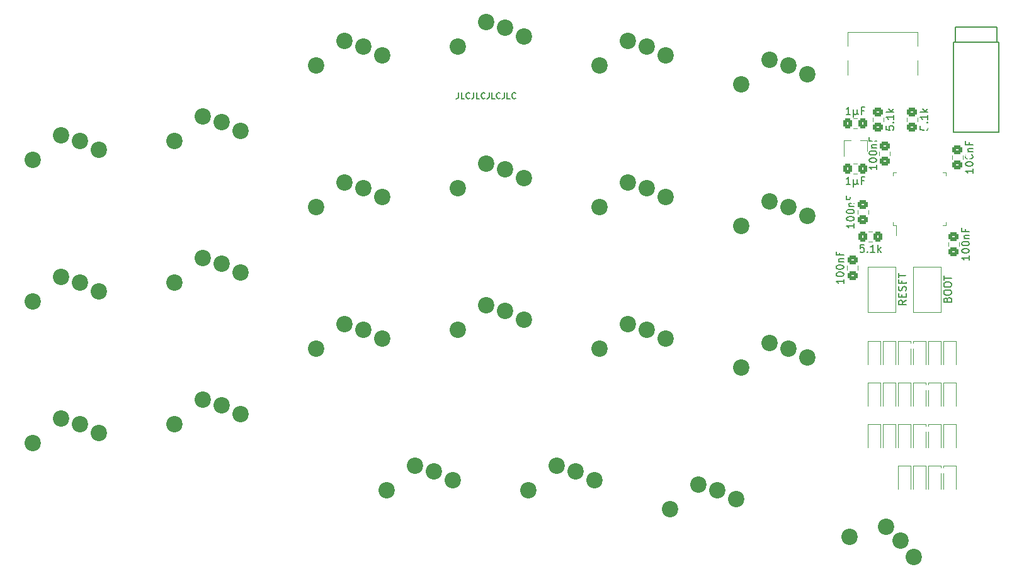
<source format=gbr>
%TF.GenerationSoftware,KiCad,Pcbnew,6.0.5-2.fc36*%
%TF.CreationDate,2022-06-13T17:40:03-05:00*%
%TF.ProjectId,left,6c656674-2e6b-4696-9361-645f70636258,rev?*%
%TF.SameCoordinates,Original*%
%TF.FileFunction,Legend,Top*%
%TF.FilePolarity,Positive*%
%FSLAX46Y46*%
G04 Gerber Fmt 4.6, Leading zero omitted, Abs format (unit mm)*
G04 Created by KiCad (PCBNEW 6.0.5-2.fc36) date 2022-06-13 17:40:03*
%MOMM*%
%LPD*%
G01*
G04 APERTURE LIST*
G04 Aperture macros list*
%AMRoundRect*
0 Rectangle with rounded corners*
0 $1 Rounding radius*
0 $2 $3 $4 $5 $6 $7 $8 $9 X,Y pos of 4 corners*
0 Add a 4 corners polygon primitive as box body*
4,1,4,$2,$3,$4,$5,$6,$7,$8,$9,$2,$3,0*
0 Add four circle primitives for the rounded corners*
1,1,$1+$1,$2,$3*
1,1,$1+$1,$4,$5*
1,1,$1+$1,$6,$7*
1,1,$1+$1,$8,$9*
0 Add four rect primitives between the rounded corners*
20,1,$1+$1,$2,$3,$4,$5,0*
20,1,$1+$1,$4,$5,$6,$7,0*
20,1,$1+$1,$6,$7,$8,$9,0*
20,1,$1+$1,$8,$9,$2,$3,0*%
G04 Aperture macros list end*
%ADD10C,0.200000*%
%ADD11C,0.150000*%
%ADD12C,0.120000*%
%ADD13C,2.200000*%
%ADD14RoundRect,0.249999X-0.450001X0.325001X-0.450001X-0.325001X0.450001X-0.325001X0.450001X0.325001X0*%
%ADD15RoundRect,0.249999X0.325001X0.450001X-0.325001X0.450001X-0.325001X-0.450001X0.325001X-0.450001X0*%
%ADD16R,0.800000X0.900000*%
%ADD17R,1.000000X1.000000*%
%ADD18RoundRect,0.249999X0.450001X-0.325001X0.450001X0.325001X-0.450001X0.325001X-0.450001X-0.325001X0*%
%ADD19RoundRect,0.249999X-0.325001X-0.450001X0.325001X-0.450001X0.325001X0.450001X-0.325001X0.450001X0*%
%ADD20R,1.500000X1.500000*%
%ADD21C,0.650000*%
%ADD22R,0.600000X1.450000*%
%ADD23R,0.300000X1.450000*%
%ADD24O,1.000000X1.600000*%
%ADD25O,1.000000X2.100000*%
%ADD26R,0.250000X1.300000*%
%ADD27R,1.300000X0.250000*%
%ADD28C,0.800000*%
%ADD29O,1.000000X1.400000*%
%ADD30C,4.000000*%
%ADD31C,1.700000*%
%ADD32C,1.900000*%
G04 APERTURE END LIST*
D10*
X167754761Y-55060904D02*
X167754761Y-55632333D01*
X167716666Y-55746619D01*
X167640476Y-55822809D01*
X167526190Y-55860904D01*
X167450000Y-55860904D01*
X168516666Y-55860904D02*
X168135714Y-55860904D01*
X168135714Y-55060904D01*
X169240476Y-55784714D02*
X169202380Y-55822809D01*
X169088095Y-55860904D01*
X169011904Y-55860904D01*
X168897619Y-55822809D01*
X168821428Y-55746619D01*
X168783333Y-55670428D01*
X168745238Y-55518047D01*
X168745238Y-55403761D01*
X168783333Y-55251380D01*
X168821428Y-55175190D01*
X168897619Y-55099000D01*
X169011904Y-55060904D01*
X169088095Y-55060904D01*
X169202380Y-55099000D01*
X169240476Y-55137095D01*
X169811904Y-55060904D02*
X169811904Y-55632333D01*
X169773809Y-55746619D01*
X169697619Y-55822809D01*
X169583333Y-55860904D01*
X169507142Y-55860904D01*
X170573809Y-55860904D02*
X170192857Y-55860904D01*
X170192857Y-55060904D01*
X171297619Y-55784714D02*
X171259523Y-55822809D01*
X171145238Y-55860904D01*
X171069047Y-55860904D01*
X170954761Y-55822809D01*
X170878571Y-55746619D01*
X170840476Y-55670428D01*
X170802380Y-55518047D01*
X170802380Y-55403761D01*
X170840476Y-55251380D01*
X170878571Y-55175190D01*
X170954761Y-55099000D01*
X171069047Y-55060904D01*
X171145238Y-55060904D01*
X171259523Y-55099000D01*
X171297619Y-55137095D01*
X171869047Y-55060904D02*
X171869047Y-55632333D01*
X171830952Y-55746619D01*
X171754761Y-55822809D01*
X171640476Y-55860904D01*
X171564285Y-55860904D01*
X172630952Y-55860904D02*
X172250000Y-55860904D01*
X172250000Y-55060904D01*
X173354761Y-55784714D02*
X173316666Y-55822809D01*
X173202380Y-55860904D01*
X173126190Y-55860904D01*
X173011904Y-55822809D01*
X172935714Y-55746619D01*
X172897619Y-55670428D01*
X172859523Y-55518047D01*
X172859523Y-55403761D01*
X172897619Y-55251380D01*
X172935714Y-55175190D01*
X173011904Y-55099000D01*
X173126190Y-55060904D01*
X173202380Y-55060904D01*
X173316666Y-55099000D01*
X173354761Y-55137095D01*
X173926190Y-55060904D02*
X173926190Y-55632333D01*
X173888095Y-55746619D01*
X173811904Y-55822809D01*
X173697619Y-55860904D01*
X173621428Y-55860904D01*
X174688095Y-55860904D02*
X174307142Y-55860904D01*
X174307142Y-55060904D01*
X175411904Y-55784714D02*
X175373809Y-55822809D01*
X175259523Y-55860904D01*
X175183333Y-55860904D01*
X175069047Y-55822809D01*
X174992857Y-55746619D01*
X174954761Y-55670428D01*
X174916666Y-55518047D01*
X174916666Y-55403761D01*
X174954761Y-55251380D01*
X174992857Y-55175190D01*
X175069047Y-55099000D01*
X175183333Y-55060904D01*
X175259523Y-55060904D01*
X175373809Y-55099000D01*
X175411904Y-55137095D01*
D11*
%TO.C,R7*%
X229829380Y-59554952D02*
X229829380Y-60031142D01*
X230305571Y-60078761D01*
X230257952Y-60031142D01*
X230210333Y-59935904D01*
X230210333Y-59697809D01*
X230257952Y-59602571D01*
X230305571Y-59554952D01*
X230400809Y-59507333D01*
X230638904Y-59507333D01*
X230734142Y-59554952D01*
X230781761Y-59602571D01*
X230829380Y-59697809D01*
X230829380Y-59935904D01*
X230781761Y-60031142D01*
X230734142Y-60078761D01*
X230734142Y-59078761D02*
X230781761Y-59031142D01*
X230829380Y-59078761D01*
X230781761Y-59126380D01*
X230734142Y-59078761D01*
X230829380Y-59078761D01*
X230829380Y-58078761D02*
X230829380Y-58650190D01*
X230829380Y-58364476D02*
X229829380Y-58364476D01*
X229972238Y-58459714D01*
X230067476Y-58554952D01*
X230115095Y-58650190D01*
X230829380Y-57650190D02*
X229829380Y-57650190D01*
X230448428Y-57554952D02*
X230829380Y-57269238D01*
X230162714Y-57269238D02*
X230543666Y-57650190D01*
%TO.C,R6*%
X225257380Y-59554952D02*
X225257380Y-60031142D01*
X225733571Y-60078761D01*
X225685952Y-60031142D01*
X225638333Y-59935904D01*
X225638333Y-59697809D01*
X225685952Y-59602571D01*
X225733571Y-59554952D01*
X225828809Y-59507333D01*
X226066904Y-59507333D01*
X226162142Y-59554952D01*
X226209761Y-59602571D01*
X226257380Y-59697809D01*
X226257380Y-59935904D01*
X226209761Y-60031142D01*
X226162142Y-60078761D01*
X226162142Y-59078761D02*
X226209761Y-59031142D01*
X226257380Y-59078761D01*
X226209761Y-59126380D01*
X226162142Y-59078761D01*
X226257380Y-59078761D01*
X226257380Y-58078761D02*
X226257380Y-58650190D01*
X226257380Y-58364476D02*
X225257380Y-58364476D01*
X225400238Y-58459714D01*
X225495476Y-58554952D01*
X225543095Y-58650190D01*
X226257380Y-57650190D02*
X225257380Y-57650190D01*
X225876428Y-57554952D02*
X226257380Y-57269238D01*
X225590714Y-57269238D02*
X225971666Y-57650190D01*
%TO.C,R1*%
X222249047Y-75524380D02*
X221772857Y-75524380D01*
X221725238Y-76000571D01*
X221772857Y-75952952D01*
X221868095Y-75905333D01*
X222106190Y-75905333D01*
X222201428Y-75952952D01*
X222249047Y-76000571D01*
X222296666Y-76095809D01*
X222296666Y-76333904D01*
X222249047Y-76429142D01*
X222201428Y-76476761D01*
X222106190Y-76524380D01*
X221868095Y-76524380D01*
X221772857Y-76476761D01*
X221725238Y-76429142D01*
X222725238Y-76429142D02*
X222772857Y-76476761D01*
X222725238Y-76524380D01*
X222677619Y-76476761D01*
X222725238Y-76429142D01*
X222725238Y-76524380D01*
X223725238Y-76524380D02*
X223153809Y-76524380D01*
X223439523Y-76524380D02*
X223439523Y-75524380D01*
X223344285Y-75667238D01*
X223249047Y-75762476D01*
X223153809Y-75810095D01*
X224153809Y-76524380D02*
X224153809Y-75524380D01*
X224249047Y-76143428D02*
X224534761Y-76524380D01*
X224534761Y-75857714D02*
X224153809Y-76238666D01*
%TO.C,C1*%
X219528380Y-80160619D02*
X219528380Y-80732047D01*
X219528380Y-80446333D02*
X218528380Y-80446333D01*
X218671238Y-80541571D01*
X218766476Y-80636809D01*
X218814095Y-80732047D01*
X218528380Y-79541571D02*
X218528380Y-79446333D01*
X218576000Y-79351095D01*
X218623619Y-79303476D01*
X218718857Y-79255857D01*
X218909333Y-79208238D01*
X219147428Y-79208238D01*
X219337904Y-79255857D01*
X219433142Y-79303476D01*
X219480761Y-79351095D01*
X219528380Y-79446333D01*
X219528380Y-79541571D01*
X219480761Y-79636809D01*
X219433142Y-79684428D01*
X219337904Y-79732047D01*
X219147428Y-79779666D01*
X218909333Y-79779666D01*
X218718857Y-79732047D01*
X218623619Y-79684428D01*
X218576000Y-79636809D01*
X218528380Y-79541571D01*
X218528380Y-78589190D02*
X218528380Y-78493952D01*
X218576000Y-78398714D01*
X218623619Y-78351095D01*
X218718857Y-78303476D01*
X218909333Y-78255857D01*
X219147428Y-78255857D01*
X219337904Y-78303476D01*
X219433142Y-78351095D01*
X219480761Y-78398714D01*
X219528380Y-78493952D01*
X219528380Y-78589190D01*
X219480761Y-78684428D01*
X219433142Y-78732047D01*
X219337904Y-78779666D01*
X219147428Y-78827285D01*
X218909333Y-78827285D01*
X218718857Y-78779666D01*
X218623619Y-78732047D01*
X218576000Y-78684428D01*
X218528380Y-78589190D01*
X218861714Y-77827285D02*
X219528380Y-77827285D01*
X218956952Y-77827285D02*
X218909333Y-77779666D01*
X218861714Y-77684428D01*
X218861714Y-77541571D01*
X218909333Y-77446333D01*
X219004571Y-77398714D01*
X219528380Y-77398714D01*
X219004571Y-76589190D02*
X219004571Y-76922523D01*
X219528380Y-76922523D02*
X218528380Y-76922523D01*
X218528380Y-76446333D01*
%TO.C,C6*%
X220440333Y-67380380D02*
X219868904Y-67380380D01*
X220154619Y-67380380D02*
X220154619Y-66380380D01*
X220059380Y-66523238D01*
X219964142Y-66618476D01*
X219868904Y-66666095D01*
X220868904Y-66713714D02*
X220868904Y-67713714D01*
X221345095Y-67237523D02*
X221392714Y-67332761D01*
X221487952Y-67380380D01*
X220868904Y-67237523D02*
X220916523Y-67332761D01*
X221011761Y-67380380D01*
X221202238Y-67380380D01*
X221297476Y-67332761D01*
X221345095Y-67237523D01*
X221345095Y-66713714D01*
X222249857Y-66856571D02*
X221916523Y-66856571D01*
X221916523Y-67380380D02*
X221916523Y-66380380D01*
X222392714Y-66380380D01*
%TO.C,C3*%
X236417380Y-76985619D02*
X236417380Y-77557047D01*
X236417380Y-77271333D02*
X235417380Y-77271333D01*
X235560238Y-77366571D01*
X235655476Y-77461809D01*
X235703095Y-77557047D01*
X235417380Y-76366571D02*
X235417380Y-76271333D01*
X235465000Y-76176095D01*
X235512619Y-76128476D01*
X235607857Y-76080857D01*
X235798333Y-76033238D01*
X236036428Y-76033238D01*
X236226904Y-76080857D01*
X236322142Y-76128476D01*
X236369761Y-76176095D01*
X236417380Y-76271333D01*
X236417380Y-76366571D01*
X236369761Y-76461809D01*
X236322142Y-76509428D01*
X236226904Y-76557047D01*
X236036428Y-76604666D01*
X235798333Y-76604666D01*
X235607857Y-76557047D01*
X235512619Y-76509428D01*
X235465000Y-76461809D01*
X235417380Y-76366571D01*
X235417380Y-75414190D02*
X235417380Y-75318952D01*
X235465000Y-75223714D01*
X235512619Y-75176095D01*
X235607857Y-75128476D01*
X235798333Y-75080857D01*
X236036428Y-75080857D01*
X236226904Y-75128476D01*
X236322142Y-75176095D01*
X236369761Y-75223714D01*
X236417380Y-75318952D01*
X236417380Y-75414190D01*
X236369761Y-75509428D01*
X236322142Y-75557047D01*
X236226904Y-75604666D01*
X236036428Y-75652285D01*
X235798333Y-75652285D01*
X235607857Y-75604666D01*
X235512619Y-75557047D01*
X235465000Y-75509428D01*
X235417380Y-75414190D01*
X235750714Y-74652285D02*
X236417380Y-74652285D01*
X235845952Y-74652285D02*
X235798333Y-74604666D01*
X235750714Y-74509428D01*
X235750714Y-74366571D01*
X235798333Y-74271333D01*
X235893571Y-74223714D01*
X236417380Y-74223714D01*
X235893571Y-73414190D02*
X235893571Y-73747523D01*
X236417380Y-73747523D02*
X235417380Y-73747523D01*
X235417380Y-73271333D01*
%TO.C,C5*%
X223972380Y-64793619D02*
X223972380Y-65365047D01*
X223972380Y-65079333D02*
X222972380Y-65079333D01*
X223115238Y-65174571D01*
X223210476Y-65269809D01*
X223258095Y-65365047D01*
X222972380Y-64174571D02*
X222972380Y-64079333D01*
X223020000Y-63984095D01*
X223067619Y-63936476D01*
X223162857Y-63888857D01*
X223353333Y-63841238D01*
X223591428Y-63841238D01*
X223781904Y-63888857D01*
X223877142Y-63936476D01*
X223924761Y-63984095D01*
X223972380Y-64079333D01*
X223972380Y-64174571D01*
X223924761Y-64269809D01*
X223877142Y-64317428D01*
X223781904Y-64365047D01*
X223591428Y-64412666D01*
X223353333Y-64412666D01*
X223162857Y-64365047D01*
X223067619Y-64317428D01*
X223020000Y-64269809D01*
X222972380Y-64174571D01*
X222972380Y-63222190D02*
X222972380Y-63126952D01*
X223020000Y-63031714D01*
X223067619Y-62984095D01*
X223162857Y-62936476D01*
X223353333Y-62888857D01*
X223591428Y-62888857D01*
X223781904Y-62936476D01*
X223877142Y-62984095D01*
X223924761Y-63031714D01*
X223972380Y-63126952D01*
X223972380Y-63222190D01*
X223924761Y-63317428D01*
X223877142Y-63365047D01*
X223781904Y-63412666D01*
X223591428Y-63460285D01*
X223353333Y-63460285D01*
X223162857Y-63412666D01*
X223067619Y-63365047D01*
X223020000Y-63317428D01*
X222972380Y-63222190D01*
X223305714Y-62460285D02*
X223972380Y-62460285D01*
X223400952Y-62460285D02*
X223353333Y-62412666D01*
X223305714Y-62317428D01*
X223305714Y-62174571D01*
X223353333Y-62079333D01*
X223448571Y-62031714D01*
X223972380Y-62031714D01*
X223448571Y-61222190D02*
X223448571Y-61555523D01*
X223972380Y-61555523D02*
X222972380Y-61555523D01*
X222972380Y-61079333D01*
%TO.C,C7*%
X220440333Y-57984380D02*
X219868904Y-57984380D01*
X220154619Y-57984380D02*
X220154619Y-56984380D01*
X220059380Y-57127238D01*
X219964142Y-57222476D01*
X219868904Y-57270095D01*
X220868904Y-57317714D02*
X220868904Y-58317714D01*
X221345095Y-57841523D02*
X221392714Y-57936761D01*
X221487952Y-57984380D01*
X220868904Y-57841523D02*
X220916523Y-57936761D01*
X221011761Y-57984380D01*
X221202238Y-57984380D01*
X221297476Y-57936761D01*
X221345095Y-57841523D01*
X221345095Y-57317714D01*
X222249857Y-57460571D02*
X221916523Y-57460571D01*
X221916523Y-57984380D02*
X221916523Y-56984380D01*
X222392714Y-56984380D01*
%TO.C,SW2*%
X227909380Y-82986380D02*
X227433190Y-83319714D01*
X227909380Y-83557809D02*
X226909380Y-83557809D01*
X226909380Y-83176857D01*
X226957000Y-83081619D01*
X227004619Y-83034000D01*
X227099857Y-82986380D01*
X227242714Y-82986380D01*
X227337952Y-83034000D01*
X227385571Y-83081619D01*
X227433190Y-83176857D01*
X227433190Y-83557809D01*
X227385571Y-82557809D02*
X227385571Y-82224476D01*
X227909380Y-82081619D02*
X227909380Y-82557809D01*
X226909380Y-82557809D01*
X226909380Y-82081619D01*
X227861761Y-81700666D02*
X227909380Y-81557809D01*
X227909380Y-81319714D01*
X227861761Y-81224476D01*
X227814142Y-81176857D01*
X227718904Y-81129238D01*
X227623666Y-81129238D01*
X227528428Y-81176857D01*
X227480809Y-81224476D01*
X227433190Y-81319714D01*
X227385571Y-81510190D01*
X227337952Y-81605428D01*
X227290333Y-81653047D01*
X227195095Y-81700666D01*
X227099857Y-81700666D01*
X227004619Y-81653047D01*
X226957000Y-81605428D01*
X226909380Y-81510190D01*
X226909380Y-81272095D01*
X226957000Y-81129238D01*
X227385571Y-80700666D02*
X227385571Y-80367333D01*
X227909380Y-80224476D02*
X227909380Y-80700666D01*
X226909380Y-80700666D01*
X226909380Y-80224476D01*
X226909380Y-79938761D02*
X226909380Y-79367333D01*
X227909380Y-79653047D02*
X226909380Y-79653047D01*
%TO.C,SW1*%
X233481571Y-82891142D02*
X233529190Y-82748285D01*
X233576809Y-82700666D01*
X233672047Y-82653047D01*
X233814904Y-82653047D01*
X233910142Y-82700666D01*
X233957761Y-82748285D01*
X234005380Y-82843523D01*
X234005380Y-83224476D01*
X233005380Y-83224476D01*
X233005380Y-82891142D01*
X233053000Y-82795904D01*
X233100619Y-82748285D01*
X233195857Y-82700666D01*
X233291095Y-82700666D01*
X233386333Y-82748285D01*
X233433952Y-82795904D01*
X233481571Y-82891142D01*
X233481571Y-83224476D01*
X233005380Y-82034000D02*
X233005380Y-81843523D01*
X233053000Y-81748285D01*
X233148238Y-81653047D01*
X233338714Y-81605428D01*
X233672047Y-81605428D01*
X233862523Y-81653047D01*
X233957761Y-81748285D01*
X234005380Y-81843523D01*
X234005380Y-82034000D01*
X233957761Y-82129238D01*
X233862523Y-82224476D01*
X233672047Y-82272095D01*
X233338714Y-82272095D01*
X233148238Y-82224476D01*
X233053000Y-82129238D01*
X233005380Y-82034000D01*
X233005380Y-80986380D02*
X233005380Y-80795904D01*
X233053000Y-80700666D01*
X233148238Y-80605428D01*
X233338714Y-80557809D01*
X233672047Y-80557809D01*
X233862523Y-80605428D01*
X233957761Y-80700666D01*
X234005380Y-80795904D01*
X234005380Y-80986380D01*
X233957761Y-81081619D01*
X233862523Y-81176857D01*
X233672047Y-81224476D01*
X233338714Y-81224476D01*
X233148238Y-81176857D01*
X233053000Y-81081619D01*
X233005380Y-80986380D01*
X233005380Y-80272095D02*
X233005380Y-79700666D01*
X234005380Y-79986380D02*
X233005380Y-79986380D01*
%TO.C,C2*%
X236925380Y-65301619D02*
X236925380Y-65873047D01*
X236925380Y-65587333D02*
X235925380Y-65587333D01*
X236068238Y-65682571D01*
X236163476Y-65777809D01*
X236211095Y-65873047D01*
X235925380Y-64682571D02*
X235925380Y-64587333D01*
X235973000Y-64492095D01*
X236020619Y-64444476D01*
X236115857Y-64396857D01*
X236306333Y-64349238D01*
X236544428Y-64349238D01*
X236734904Y-64396857D01*
X236830142Y-64444476D01*
X236877761Y-64492095D01*
X236925380Y-64587333D01*
X236925380Y-64682571D01*
X236877761Y-64777809D01*
X236830142Y-64825428D01*
X236734904Y-64873047D01*
X236544428Y-64920666D01*
X236306333Y-64920666D01*
X236115857Y-64873047D01*
X236020619Y-64825428D01*
X235973000Y-64777809D01*
X235925380Y-64682571D01*
X235925380Y-63730190D02*
X235925380Y-63634952D01*
X235973000Y-63539714D01*
X236020619Y-63492095D01*
X236115857Y-63444476D01*
X236306333Y-63396857D01*
X236544428Y-63396857D01*
X236734904Y-63444476D01*
X236830142Y-63492095D01*
X236877761Y-63539714D01*
X236925380Y-63634952D01*
X236925380Y-63730190D01*
X236877761Y-63825428D01*
X236830142Y-63873047D01*
X236734904Y-63920666D01*
X236544428Y-63968285D01*
X236306333Y-63968285D01*
X236115857Y-63920666D01*
X236020619Y-63873047D01*
X235973000Y-63825428D01*
X235925380Y-63730190D01*
X236258714Y-62968285D02*
X236925380Y-62968285D01*
X236353952Y-62968285D02*
X236306333Y-62920666D01*
X236258714Y-62825428D01*
X236258714Y-62682571D01*
X236306333Y-62587333D01*
X236401571Y-62539714D01*
X236925380Y-62539714D01*
X236401571Y-61730190D02*
X236401571Y-62063523D01*
X236925380Y-62063523D02*
X235925380Y-62063523D01*
X235925380Y-61587333D01*
%TO.C,C4*%
X220925380Y-72667619D02*
X220925380Y-73239047D01*
X220925380Y-72953333D02*
X219925380Y-72953333D01*
X220068238Y-73048571D01*
X220163476Y-73143809D01*
X220211095Y-73239047D01*
X219925380Y-72048571D02*
X219925380Y-71953333D01*
X219973000Y-71858095D01*
X220020619Y-71810476D01*
X220115857Y-71762857D01*
X220306333Y-71715238D01*
X220544428Y-71715238D01*
X220734904Y-71762857D01*
X220830142Y-71810476D01*
X220877761Y-71858095D01*
X220925380Y-71953333D01*
X220925380Y-72048571D01*
X220877761Y-72143809D01*
X220830142Y-72191428D01*
X220734904Y-72239047D01*
X220544428Y-72286666D01*
X220306333Y-72286666D01*
X220115857Y-72239047D01*
X220020619Y-72191428D01*
X219973000Y-72143809D01*
X219925380Y-72048571D01*
X219925380Y-71096190D02*
X219925380Y-71000952D01*
X219973000Y-70905714D01*
X220020619Y-70858095D01*
X220115857Y-70810476D01*
X220306333Y-70762857D01*
X220544428Y-70762857D01*
X220734904Y-70810476D01*
X220830142Y-70858095D01*
X220877761Y-70905714D01*
X220925380Y-71000952D01*
X220925380Y-71096190D01*
X220877761Y-71191428D01*
X220830142Y-71239047D01*
X220734904Y-71286666D01*
X220544428Y-71334285D01*
X220306333Y-71334285D01*
X220115857Y-71286666D01*
X220020619Y-71239047D01*
X219973000Y-71191428D01*
X219925380Y-71096190D01*
X220258714Y-70334285D02*
X220925380Y-70334285D01*
X220353952Y-70334285D02*
X220306333Y-70286666D01*
X220258714Y-70191428D01*
X220258714Y-70048571D01*
X220306333Y-69953333D01*
X220401571Y-69905714D01*
X220925380Y-69905714D01*
X220401571Y-69096190D02*
X220401571Y-69429523D01*
X220925380Y-69429523D02*
X219925380Y-69429523D01*
X219925380Y-68953333D01*
D12*
%TO.C,R7*%
X229437000Y-58412748D02*
X229437000Y-58935252D01*
X228017000Y-58412748D02*
X228017000Y-58935252D01*
%TO.C,R6*%
X224865000Y-58412748D02*
X224865000Y-58935252D01*
X223445000Y-58412748D02*
X223445000Y-58935252D01*
%TO.C,R1*%
X223391252Y-75132000D02*
X222868748Y-75132000D01*
X223391252Y-73712000D02*
X222868748Y-73712000D01*
%TO.C,U2*%
X222687000Y-61470000D02*
X222687000Y-62930000D01*
X219527000Y-61470000D02*
X220457000Y-61470000D01*
X222687000Y-61470000D02*
X221757000Y-61470000D01*
X219527000Y-61470000D02*
X219527000Y-63630000D01*
%TO.C,D17*%
X234609440Y-105232927D02*
X232909440Y-105232927D01*
X232909440Y-105232927D02*
X232909440Y-108382927D01*
X234609440Y-105232927D02*
X234609440Y-108382927D01*
%TO.C,D19*%
X226481440Y-88468927D02*
X226481440Y-91618927D01*
X224781440Y-88468927D02*
X224781440Y-91618927D01*
X226481440Y-88468927D02*
X224781440Y-88468927D01*
%TO.C,D20*%
X224781440Y-94056927D02*
X224781440Y-97206927D01*
X226481440Y-94056927D02*
X224781440Y-94056927D01*
X226481440Y-94056927D02*
X226481440Y-97206927D01*
%TO.C,D21*%
X226481440Y-99644927D02*
X226481440Y-102794927D01*
X226481440Y-99644927D02*
X224781440Y-99644927D01*
X224781440Y-99644927D02*
X224781440Y-102794927D01*
%TO.C,D23*%
X228845440Y-88468927D02*
X228845440Y-91618927D01*
X230545440Y-88468927D02*
X228845440Y-88468927D01*
X230545440Y-88468927D02*
X230545440Y-91618927D01*
%TO.C,D24*%
X230545440Y-94056927D02*
X228845440Y-94056927D01*
X230545440Y-94056927D02*
X230545440Y-97206927D01*
X228845440Y-94056927D02*
X228845440Y-97206927D01*
%TO.C,D25*%
X230545440Y-99644927D02*
X230545440Y-102794927D01*
X230545440Y-99644927D02*
X228845440Y-99644927D01*
X228845440Y-99644927D02*
X228845440Y-102794927D01*
%TO.C,D26*%
X230545440Y-105232927D02*
X228845440Y-105232927D01*
X230545440Y-105232927D02*
X230545440Y-108382927D01*
X228845440Y-105232927D02*
X228845440Y-108382927D01*
%TO.C,D33*%
X232577440Y-88468927D02*
X230877440Y-88468927D01*
X230877440Y-88468927D02*
X230877440Y-91618927D01*
X232577440Y-88468927D02*
X232577440Y-91618927D01*
%TO.C,D34*%
X232577440Y-94056927D02*
X230877440Y-94056927D01*
X230877440Y-94056927D02*
X230877440Y-97206927D01*
X232577440Y-94056927D02*
X232577440Y-97206927D01*
%TO.C,D15*%
X234609440Y-94056927D02*
X234609440Y-97206927D01*
X232909440Y-94056927D02*
X232909440Y-97206927D01*
X234609440Y-94056927D02*
X232909440Y-94056927D01*
%TO.C,D36*%
X232577440Y-105232927D02*
X232577440Y-108382927D01*
X230877440Y-105232927D02*
X230877440Y-108382927D01*
X232577440Y-105232927D02*
X230877440Y-105232927D01*
%TO.C,D5*%
X222749440Y-88468927D02*
X222749440Y-91618927D01*
X224449440Y-88468927D02*
X222749440Y-88468927D01*
X224449440Y-88468927D02*
X224449440Y-91618927D01*
%TO.C,D6*%
X222749440Y-94056927D02*
X222749440Y-97206927D01*
X224449440Y-94056927D02*
X224449440Y-97206927D01*
X224449440Y-94056927D02*
X222749440Y-94056927D01*
%TO.C,D7*%
X224449440Y-99644927D02*
X224449440Y-102794927D01*
X222749440Y-99644927D02*
X222749440Y-102794927D01*
X224449440Y-99644927D02*
X222749440Y-99644927D01*
%TO.C,D9*%
X228513440Y-88468927D02*
X228513440Y-91618927D01*
X228513440Y-88468927D02*
X226813440Y-88468927D01*
X226813440Y-88468927D02*
X226813440Y-91618927D01*
%TO.C,D10*%
X228513440Y-94056927D02*
X226813440Y-94056927D01*
X228513440Y-94056927D02*
X228513440Y-97206927D01*
X226813440Y-94056927D02*
X226813440Y-97206927D01*
%TO.C,D11*%
X226813440Y-99644927D02*
X226813440Y-102794927D01*
X228513440Y-99644927D02*
X228513440Y-102794927D01*
X228513440Y-99644927D02*
X226813440Y-99644927D01*
%TO.C,D12*%
X228513440Y-105232927D02*
X228513440Y-108382927D01*
X226813440Y-105232927D02*
X226813440Y-108382927D01*
X228513440Y-105232927D02*
X226813440Y-105232927D01*
%TO.C,D14*%
X234609440Y-88468927D02*
X234609440Y-91618927D01*
X234609440Y-88468927D02*
X232909440Y-88468927D01*
X232909440Y-88468927D02*
X232909440Y-91618927D01*
%TO.C,D16*%
X234609440Y-99644927D02*
X234609440Y-102794927D01*
X232909440Y-99644927D02*
X232909440Y-102794927D01*
X234609440Y-99644927D02*
X232909440Y-99644927D01*
%TO.C,C1*%
X221436000Y-78874252D02*
X221436000Y-78351748D01*
X220016000Y-78874252D02*
X220016000Y-78351748D01*
%TO.C,C6*%
X220845748Y-64568000D02*
X221368252Y-64568000D01*
X220845748Y-65988000D02*
X221368252Y-65988000D01*
%TO.C,C3*%
X233605000Y-75699252D02*
X233605000Y-75176748D01*
X235025000Y-75699252D02*
X235025000Y-75176748D01*
%TO.C,C5*%
X224334000Y-62984748D02*
X224334000Y-63507252D01*
X225754000Y-62984748D02*
X225754000Y-63507252D01*
%TO.C,C7*%
X220845748Y-58472000D02*
X221368252Y-58472000D01*
X220845748Y-59892000D02*
X221368252Y-59892000D01*
%TO.C,SW2*%
X226513000Y-78474000D02*
X226513000Y-84594000D01*
X226513000Y-84594000D02*
X222813000Y-84594000D01*
X222813000Y-78474000D02*
X226513000Y-78474000D01*
X222813000Y-84594000D02*
X222813000Y-78474000D01*
%TO.C,SW1*%
X232609000Y-84594000D02*
X228909000Y-84594000D01*
X228909000Y-78474000D02*
X232609000Y-78474000D01*
X232609000Y-78474000D02*
X232609000Y-84594000D01*
X228909000Y-84594000D02*
X228909000Y-78474000D01*
%TO.C,J1*%
X220090000Y-48800000D02*
X220090000Y-46900000D01*
X229490000Y-46900000D02*
X220090000Y-46900000D01*
X229490000Y-48800000D02*
X229490000Y-46900000D01*
X220090000Y-52700000D02*
X220090000Y-50700000D01*
X229490000Y-52700000D02*
X229490000Y-50700000D01*
%TO.C,U1*%
X233303000Y-72902000D02*
X233303000Y-72482000D01*
X233303000Y-72902000D02*
X232883000Y-72902000D01*
X233303000Y-65782000D02*
X232883000Y-65782000D01*
X226603000Y-72902000D02*
X226603000Y-74282000D01*
X233303000Y-65782000D02*
X233303000Y-66202000D01*
X226183000Y-65782000D02*
X226603000Y-65782000D01*
X226183000Y-65782000D02*
X226183000Y-66202000D01*
X226183000Y-72902000D02*
X226183000Y-72482000D01*
X226183000Y-72902000D02*
X226603000Y-72902000D01*
%TO.C,C2*%
X234113000Y-64015252D02*
X234113000Y-63492748D01*
X235533000Y-64015252D02*
X235533000Y-63492748D01*
%TO.C,D35*%
X230877440Y-99644927D02*
X230877440Y-102794927D01*
X232577440Y-99644927D02*
X230877440Y-99644927D01*
X232577440Y-99644927D02*
X232577440Y-102794927D01*
%TO.C,C4*%
X222833000Y-70858748D02*
X222833000Y-71381252D01*
X221413000Y-70858748D02*
X221413000Y-71381252D01*
D11*
%TO.C,J2*%
X240163000Y-46260000D02*
X234563000Y-46260000D01*
X240163000Y-48260000D02*
X240163000Y-46260000D01*
X234563000Y-48260000D02*
X234563000Y-46260000D01*
X234313000Y-48260000D02*
X234313000Y-60360000D01*
X240413000Y-48260000D02*
X240413000Y-60360000D01*
X240413000Y-48260000D02*
X234313000Y-48260000D01*
X240413000Y-60360000D02*
X234313000Y-60360000D01*
%TD*%
D13*
%TO.C,SW3*%
X119400000Y-62775000D03*
X110490000Y-64135000D03*
X114300000Y-60775000D03*
X116840000Y-61595000D03*
%TD*%
%TO.C,SW24*%
X186075000Y-107225000D03*
X177165000Y-108585000D03*
X183515000Y-106045000D03*
X180975000Y-105225000D03*
%TD*%
%TO.C,SW34*%
X196215000Y-111125000D03*
X205125000Y-109765000D03*
X202565000Y-108585000D03*
X200025000Y-107765000D03*
%TD*%
%TO.C,SW33*%
X186690000Y-89535000D03*
X195600000Y-88175000D03*
X190500000Y-86175000D03*
X193040000Y-86995000D03*
%TD*%
%TO.C,SW32*%
X186690000Y-70485000D03*
X195600000Y-69125000D03*
X193040000Y-67945000D03*
X190500000Y-67125000D03*
%TD*%
%TO.C,SW31*%
X186690000Y-51435000D03*
X195600000Y-50075000D03*
X193040000Y-48895000D03*
X190500000Y-48075000D03*
%TD*%
%TO.C,SW23*%
X167640000Y-86995000D03*
X176550000Y-85635000D03*
X171450000Y-83635000D03*
X173990000Y-84455000D03*
%TD*%
%TO.C,SW22*%
X167640000Y-67945000D03*
X176550000Y-66585000D03*
X173990000Y-65405000D03*
X171450000Y-64585000D03*
%TD*%
%TO.C,SW21*%
X167640000Y-48895000D03*
X176550000Y-47535000D03*
X171450000Y-45535000D03*
X173990000Y-46355000D03*
%TD*%
%TO.C,SW19*%
X129540000Y-99695000D03*
X138450000Y-98335000D03*
X133350000Y-96335000D03*
X135890000Y-97155000D03*
%TD*%
%TO.C,SW18*%
X138450000Y-79285000D03*
X129540000Y-80645000D03*
X133350000Y-77285000D03*
X135890000Y-78105000D03*
%TD*%
%TO.C,SW17*%
X129540000Y-61595000D03*
X138450000Y-60235000D03*
X135890000Y-59055000D03*
X133350000Y-58235000D03*
%TD*%
%TO.C,SW14*%
X205740000Y-92075000D03*
X214650000Y-90715000D03*
X209550000Y-88715000D03*
X212090000Y-89535000D03*
%TD*%
%TO.C,SW12*%
X214650000Y-52615000D03*
X205740000Y-53975000D03*
X209550000Y-50615000D03*
X212090000Y-51435000D03*
%TD*%
%TO.C,SW10*%
X158115000Y-108585000D03*
X167025000Y-107225000D03*
X164465000Y-106045000D03*
X161925000Y-105225000D03*
%TD*%
%TO.C,SW9*%
X157500000Y-88175000D03*
X148590000Y-89535000D03*
X154940000Y-86995000D03*
X152400000Y-86175000D03*
%TD*%
%TO.C,SW8*%
X148590000Y-70485000D03*
X157500000Y-69125000D03*
X152400000Y-67125000D03*
X154940000Y-67945000D03*
%TD*%
%TO.C,SW13*%
X205740000Y-73025000D03*
X214650000Y-71665000D03*
X212090000Y-70485000D03*
X209550000Y-69665000D03*
%TD*%
%TO.C,SW7*%
X148590000Y-51435000D03*
X157500000Y-50075000D03*
X152400000Y-48075000D03*
X154940000Y-48895000D03*
%TD*%
%TO.C,SW5*%
X110490000Y-102235000D03*
X119400000Y-100875000D03*
X114300000Y-98875000D03*
X116840000Y-99695000D03*
%TD*%
%TO.C,SW4*%
X110490000Y-83185000D03*
X119400000Y-81825000D03*
X114300000Y-79825000D03*
X116840000Y-80645000D03*
%TD*%
%TO.C,SW15*%
X228935337Y-117530365D03*
X220354643Y-114771853D03*
X225263567Y-113464887D03*
X227170818Y-115332076D03*
%TD*%
%LPC*%
D14*
%TO.C,R7*%
X228727000Y-57649000D03*
X228727000Y-59699000D03*
%TD*%
%TO.C,R6*%
X224155000Y-57649000D03*
X224155000Y-59699000D03*
%TD*%
D15*
%TO.C,R1*%
X224155000Y-74422000D03*
X222105000Y-74422000D03*
%TD*%
D16*
%TO.C,U2*%
X220157000Y-63230000D03*
X222057000Y-63230000D03*
X221107000Y-61230000D03*
%TD*%
D17*
%TO.C,D17*%
X233759440Y-105882927D03*
X233759440Y-108382927D03*
%TD*%
%TO.C,D19*%
X225631440Y-89118927D03*
X225631440Y-91618927D03*
%TD*%
%TO.C,D20*%
X225631440Y-94706927D03*
X225631440Y-97206927D03*
%TD*%
%TO.C,D21*%
X225631440Y-100294927D03*
X225631440Y-102794927D03*
%TD*%
%TO.C,D23*%
X229695440Y-89118927D03*
X229695440Y-91618927D03*
%TD*%
%TO.C,D24*%
X229695440Y-94706927D03*
X229695440Y-97206927D03*
%TD*%
%TO.C,D25*%
X229695440Y-100294927D03*
X229695440Y-102794927D03*
%TD*%
%TO.C,D26*%
X229695440Y-105882927D03*
X229695440Y-108382927D03*
%TD*%
%TO.C,D33*%
X231727440Y-89118927D03*
X231727440Y-91618927D03*
%TD*%
%TO.C,D34*%
X231727440Y-94706927D03*
X231727440Y-97206927D03*
%TD*%
%TO.C,D15*%
X233759440Y-94706927D03*
X233759440Y-97206927D03*
%TD*%
%TO.C,D36*%
X231727440Y-105882927D03*
X231727440Y-108382927D03*
%TD*%
%TO.C,D5*%
X223599440Y-89118927D03*
X223599440Y-91618927D03*
%TD*%
%TO.C,D6*%
X223599440Y-94706927D03*
X223599440Y-97206927D03*
%TD*%
%TO.C,D7*%
X223599440Y-100294927D03*
X223599440Y-102794927D03*
%TD*%
%TO.C,D9*%
X227663440Y-89118927D03*
X227663440Y-91618927D03*
%TD*%
%TO.C,D10*%
X227663440Y-94706927D03*
X227663440Y-97206927D03*
%TD*%
%TO.C,D11*%
X227663440Y-100294927D03*
X227663440Y-102794927D03*
%TD*%
%TO.C,D12*%
X227663440Y-105882927D03*
X227663440Y-108382927D03*
%TD*%
%TO.C,D14*%
X233759440Y-89118927D03*
X233759440Y-91618927D03*
%TD*%
%TO.C,D16*%
X233759440Y-100294927D03*
X233759440Y-102794927D03*
%TD*%
D18*
%TO.C,C1*%
X220726000Y-79638000D03*
X220726000Y-77588000D03*
%TD*%
D19*
%TO.C,C6*%
X220082000Y-65278000D03*
X222132000Y-65278000D03*
%TD*%
D18*
%TO.C,C3*%
X234315000Y-76463000D03*
X234315000Y-74413000D03*
%TD*%
D14*
%TO.C,C5*%
X225044000Y-62221000D03*
X225044000Y-64271000D03*
%TD*%
D19*
%TO.C,C7*%
X220082000Y-59182000D03*
X222132000Y-59182000D03*
%TD*%
D20*
%TO.C,SW2*%
X224663000Y-85434000D03*
X224663000Y-77634000D03*
%TD*%
%TO.C,SW1*%
X230759000Y-85434000D03*
X230759000Y-77634000D03*
%TD*%
D21*
%TO.C,J1*%
X227680000Y-53400000D03*
X221900000Y-53400000D03*
D22*
X228040000Y-54845000D03*
X227240000Y-54845000D03*
D23*
X226040000Y-54845000D03*
X225040000Y-54845000D03*
X224540000Y-54845000D03*
X223540000Y-54845000D03*
D22*
X222340000Y-54845000D03*
X221540000Y-54845000D03*
X221540000Y-54845000D03*
X222340000Y-54845000D03*
D23*
X223040000Y-54845000D03*
X224040000Y-54845000D03*
X225540000Y-54845000D03*
X226540000Y-54845000D03*
D22*
X227240000Y-54845000D03*
X228040000Y-54845000D03*
D24*
X229110000Y-49750000D03*
D25*
X229110000Y-53930000D03*
X220470000Y-53930000D03*
D24*
X220470000Y-49750000D03*
%TD*%
D26*
%TO.C,U1*%
X226993000Y-73692000D03*
X227493000Y-73692000D03*
X227993000Y-73692000D03*
X228493000Y-73692000D03*
X228993000Y-73692000D03*
X229493000Y-73692000D03*
X229993000Y-73692000D03*
X230493000Y-73692000D03*
X230993000Y-73692000D03*
X231493000Y-73692000D03*
X231993000Y-73692000D03*
X232493000Y-73692000D03*
D27*
X234093000Y-72092000D03*
X234093000Y-71592000D03*
X234093000Y-71092000D03*
X234093000Y-70592000D03*
X234093000Y-70092000D03*
X234093000Y-69592000D03*
X234093000Y-69092000D03*
X234093000Y-68592000D03*
X234093000Y-68092000D03*
X234093000Y-67592000D03*
X234093000Y-67092000D03*
X234093000Y-66592000D03*
D26*
X232493000Y-64992000D03*
X231993000Y-64992000D03*
X231493000Y-64992000D03*
X230993000Y-64992000D03*
X230493000Y-64992000D03*
X229993000Y-64992000D03*
X229493000Y-64992000D03*
X228993000Y-64992000D03*
X228493000Y-64992000D03*
X227993000Y-64992000D03*
X227493000Y-64992000D03*
X226993000Y-64992000D03*
D27*
X225393000Y-66592000D03*
X225393000Y-67092000D03*
X225393000Y-67592000D03*
X225393000Y-68092000D03*
X225393000Y-68592000D03*
X225393000Y-69092000D03*
X225393000Y-69592000D03*
X225393000Y-70092000D03*
X225393000Y-70592000D03*
X225393000Y-71092000D03*
X225393000Y-71592000D03*
X225393000Y-72092000D03*
%TD*%
D18*
%TO.C,C2*%
X234823000Y-64779000D03*
X234823000Y-62729000D03*
%TD*%
D17*
%TO.C,D35*%
X231727440Y-100294927D03*
X231727440Y-102794927D03*
%TD*%
D14*
%TO.C,C4*%
X222123000Y-70095000D03*
X222123000Y-72145000D03*
%TD*%
D28*
%TO.C,J2*%
X237363000Y-49860000D03*
X237363000Y-56860000D03*
D29*
X235063000Y-59560000D03*
X239663000Y-58460000D03*
X239663000Y-54460000D03*
X239663000Y-51460000D03*
%TD*%
D30*
%TO.C,SW3*%
X114300000Y-66675000D03*
D31*
X109220000Y-66675000D03*
X119380000Y-66675000D03*
D32*
X119800000Y-66675000D03*
X108800000Y-66675000D03*
%TD*%
%TO.C,SW24*%
X186475000Y-111125000D03*
D30*
X180975000Y-111125000D03*
D31*
X175895000Y-111125000D03*
D32*
X175475000Y-111125000D03*
D31*
X186055000Y-111125000D03*
%TD*%
D32*
%TO.C,SW34*%
X194525000Y-113665000D03*
D31*
X205105000Y-113665000D03*
X194945000Y-113665000D03*
D32*
X205525000Y-113665000D03*
D30*
X200025000Y-113665000D03*
%TD*%
D32*
%TO.C,SW33*%
X196000000Y-92075000D03*
X185000000Y-92075000D03*
D31*
X185420000Y-92075000D03*
D30*
X190500000Y-92075000D03*
D31*
X195580000Y-92075000D03*
%TD*%
D32*
%TO.C,SW32*%
X196000000Y-73025000D03*
X185000000Y-73025000D03*
D31*
X195580000Y-73025000D03*
X185420000Y-73025000D03*
D30*
X190500000Y-73025000D03*
%TD*%
D31*
%TO.C,SW31*%
X195580000Y-53975000D03*
X185420000Y-53975000D03*
D30*
X190500000Y-53975000D03*
D32*
X196000000Y-53975000D03*
X185000000Y-53975000D03*
%TD*%
D31*
%TO.C,SW23*%
X176530000Y-89535000D03*
D30*
X171450000Y-89535000D03*
D31*
X166370000Y-89535000D03*
D32*
X176950000Y-89535000D03*
X165950000Y-89535000D03*
%TD*%
D31*
%TO.C,SW22*%
X176530000Y-70485000D03*
D32*
X165950000Y-70485000D03*
X176950000Y-70485000D03*
D31*
X166370000Y-70485000D03*
D30*
X171450000Y-70485000D03*
%TD*%
%TO.C,SW21*%
X171450000Y-51435000D03*
D32*
X165950000Y-51435000D03*
D31*
X166370000Y-51435000D03*
X176530000Y-51435000D03*
D32*
X176950000Y-51435000D03*
%TD*%
%TO.C,SW19*%
X127850000Y-102235000D03*
X138850000Y-102235000D03*
D31*
X138430000Y-102235000D03*
D30*
X133350000Y-102235000D03*
D31*
X128270000Y-102235000D03*
%TD*%
D32*
%TO.C,SW18*%
X138850000Y-83185000D03*
D30*
X133350000Y-83185000D03*
D32*
X127850000Y-83185000D03*
D31*
X128270000Y-83185000D03*
X138430000Y-83185000D03*
%TD*%
%TO.C,SW17*%
X128270000Y-64135000D03*
D32*
X127850000Y-64135000D03*
D31*
X138430000Y-64135000D03*
D32*
X138850000Y-64135000D03*
D30*
X133350000Y-64135000D03*
%TD*%
D31*
%TO.C,SW14*%
X214630000Y-94615000D03*
D32*
X215050000Y-94615000D03*
D31*
X204470000Y-94615000D03*
D30*
X209550000Y-94615000D03*
D32*
X204050000Y-94615000D03*
%TD*%
D31*
%TO.C,SW12*%
X204470000Y-56515000D03*
D32*
X215050000Y-56515000D03*
D30*
X209550000Y-56515000D03*
D31*
X214630000Y-56515000D03*
D32*
X204050000Y-56515000D03*
%TD*%
D31*
%TO.C,SW10*%
X167005000Y-111125000D03*
X156845000Y-111125000D03*
D32*
X167425000Y-111125000D03*
X156425000Y-111125000D03*
D30*
X161925000Y-111125000D03*
%TD*%
D32*
%TO.C,SW9*%
X146900000Y-92075000D03*
D30*
X152400000Y-92075000D03*
D31*
X147320000Y-92075000D03*
X157480000Y-92075000D03*
D32*
X157900000Y-92075000D03*
%TD*%
D31*
%TO.C,SW8*%
X157480000Y-73025000D03*
D30*
X152400000Y-73025000D03*
D32*
X146900000Y-73025000D03*
D31*
X147320000Y-73025000D03*
D32*
X157900000Y-73025000D03*
%TD*%
D31*
%TO.C,SW13*%
X204470000Y-75565000D03*
D30*
X209550000Y-75565000D03*
D32*
X204050000Y-75565000D03*
X215050000Y-75565000D03*
D31*
X214630000Y-75565000D03*
%TD*%
D30*
%TO.C,SW7*%
X152400000Y-53975000D03*
D32*
X146900000Y-53975000D03*
D31*
X147320000Y-53975000D03*
X157480000Y-53975000D03*
D32*
X157900000Y-53975000D03*
%TD*%
D30*
%TO.C,SW5*%
X114300000Y-104775000D03*
D31*
X109220000Y-104775000D03*
D32*
X119800000Y-104775000D03*
X108800000Y-104775000D03*
D31*
X119380000Y-104775000D03*
%TD*%
%TO.C,SW4*%
X109220000Y-85725000D03*
D32*
X119800000Y-85725000D03*
D30*
X114300000Y-85725000D03*
D31*
X119380000Y-85725000D03*
D32*
X108800000Y-85725000D03*
%TD*%
%TO.C,SW15*%
X217708861Y-116290912D03*
X227553139Y-121199088D03*
D30*
X222631000Y-118745000D03*
D31*
X227177267Y-121011685D03*
X218084733Y-116478315D03*
%TD*%
D28*
X220726000Y-69596000D03*
X220345000Y-74422000D03*
X227965000Y-80137000D03*
X238252000Y-71755000D03*
X221996000Y-83947000D03*
X236347000Y-63627000D03*
X235712000Y-81280000D03*
X223520000Y-61214000D03*
X230505000Y-59690000D03*
X226507489Y-53279489D03*
X238315000Y-92710000D03*
X234823000Y-73025000D03*
X235966000Y-71628000D03*
X235819000Y-70592000D03*
X235616000Y-69469000D03*
X228727000Y-89118927D03*
X230505000Y-70358000D03*
X230759000Y-94706927D03*
X231295661Y-69612394D03*
X230759000Y-100294927D03*
X232035892Y-68843108D03*
X232727096Y-67934685D03*
X232791000Y-105882927D03*
X231733288Y-67744851D03*
X231039426Y-68464974D03*
X227075996Y-66802000D03*
X227035097Y-67928177D03*
X227296223Y-68893494D03*
X223773988Y-68199000D03*
X230377996Y-69215000D03*
X229743000Y-71120000D03*
X223830091Y-69450510D03*
X223647000Y-70484902D03*
M02*

</source>
